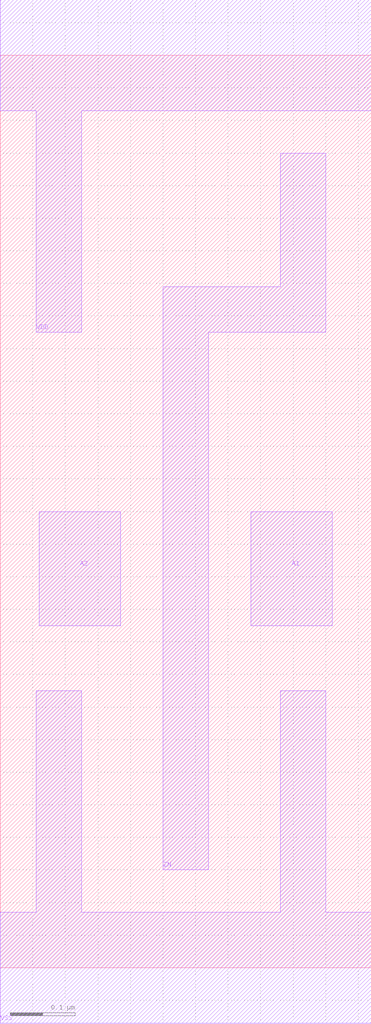
<source format=lef>
# 
# ******************************************************************************
# *                                                                            *
# *                   Copyright (C) 2004-2010, Nangate Inc.                    *
# *                           All rights reserved.                             *
# *                                                                            *
# * Nangate and the Nangate logo are trademarks of Nangate Inc.                *
# *                                                                            *
# * All trademarks, logos, software marks, and trade names (collectively the   *
# * "Marks") in this program are proprietary to Nangate or other respective    *
# * owners that have granted Nangate the right and license to use such Marks.  *
# * You are not permitted to use the Marks without the prior written consent   *
# * of Nangate or such third party that may own the Marks.                     *
# *                                                                            *
# * This file has been provided pursuant to a License Agreement containing     *
# * restrictions on its use. This file contains valuable trade secrets and     *
# * proprietary information of Nangate Inc., and is protected by U.S. and      *
# * international laws and/or treaties.                                        *
# *                                                                            *
# * The copyright notice(s) in this file does not indicate actual or intended  *
# * publication of this file.                                                  *
# *                                                                            *
# *     NGLibraryCreator, v2010.08-HR32-SP3-2010-08-05 - build 1009061800      *
# *                                                                            *
# ******************************************************************************
# 
# 
# Running on brazil06.nangate.com.br for user Giancarlo Franciscatto (gfr).
# Local time is now Fri, 3 Dec 2010, 19:32:18.
# Main process id is 27821.

VERSION 5.6 ;
BUSBITCHARS "[]" ;
DIVIDERCHAR "/" ;

MACRO NOR2_X1
  CLASS core ;
  FOREIGN NOR2_X1 0.0 0.0 ;
  ORIGIN 0 0 ;
  SYMMETRY X Y ;
  SITE FreePDK45_38x28_10R_NP_162NW_34O ;
  SIZE 0.57 BY 1.4 ;
  PIN A1
    DIRECTION INPUT ;
    ANTENNAPARTIALMETALAREA 0.021875 LAYER metal1 ;
    ANTENNAPARTIALMETALSIDEAREA 0.078 LAYER metal1 ;
    ANTENNAGATEAREA 0.05225 ;
    PORT
      LAYER metal1 ;
        POLYGON 0.385 0.525 0.51 0.525 0.51 0.7 0.385 0.7  ;
    END
  END A1
  PIN A2
    DIRECTION INPUT ;
    ANTENNAPARTIALMETALAREA 0.021875 LAYER metal1 ;
    ANTENNAPARTIALMETALSIDEAREA 0.078 LAYER metal1 ;
    ANTENNAGATEAREA 0.05225 ;
    PORT
      LAYER metal1 ;
        POLYGON 0.06 0.525 0.185 0.525 0.185 0.7 0.06 0.7  ;
    END
  END A2
  PIN ZN
    DIRECTION OUTPUT ;
    ANTENNAPARTIALMETALAREA 0.0896 LAYER metal1 ;
    ANTENNAPARTIALMETALSIDEAREA 0.351 LAYER metal1 ;
    ANTENNADIFFAREA 0.12425 ;
    PORT
      LAYER metal1 ;
        POLYGON 0.25 0.15 0.32 0.15 0.32 0.975 0.5 0.975 0.5 1.25 0.43 1.25 0.43 1.045 0.25 1.045  ;
    END
  END ZN
  PIN VDD
    DIRECTION INOUT ;
    USE power ;
    SHAPE ABUTMENT ;
    PORT
      LAYER metal1 ;
        POLYGON 0 1.315 0.055 1.315 0.055 0.975 0.125 0.975 0.125 1.315 0.57 1.315 0.57 1.485 0 1.485  ;
    END
  END VDD
  PIN VSS
    DIRECTION INOUT ;
    USE ground ;
    SHAPE ABUTMENT ;
    PORT
      LAYER metal1 ;
        POLYGON 0 -0.085 0.57 -0.085 0.57 0.085 0.5 0.085 0.5 0.425 0.43 0.425 0.43 0.085 0.125 0.085 0.125 0.425 0.055 0.425 0.055 0.085 0 0.085  ;
    END
  END VSS
END NOR2_X1

END LIBRARY
#
# End of file
#

</source>
